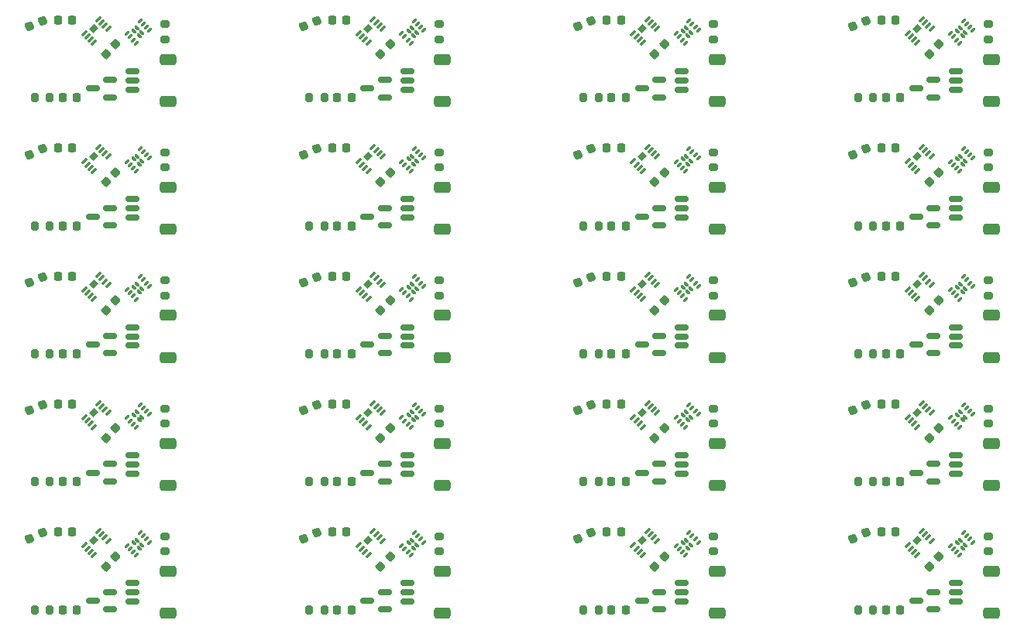
<source format=gbr>
%TF.GenerationSoftware,KiCad,Pcbnew,6.0.0-rc1-unknown-c40e921cb3~144~ubuntu18.04.1*%
%TF.CreationDate,2021-12-01T16:53:05+00:00*%
%TF.ProjectId,output.panel20,6f757470-7574-42e7-9061-6e656c32302e,rev?*%
%TF.SameCoordinates,PX9896800PY7270e00*%
%TF.FileFunction,Paste,Top*%
%TF.FilePolarity,Positive*%
%FSLAX46Y46*%
G04 Gerber Fmt 4.6, Leading zero omitted, Abs format (unit mm)*
G04 Created by KiCad (PCBNEW 6.0.0-rc1-unknown-c40e921cb3~144~ubuntu18.04.1) date 2021-12-01 16:53:05*
%MOMM*%
%LPD*%
G01*
G04 APERTURE LIST*
G04 Aperture macros list*
%AMRoundRect*
0 Rectangle with rounded corners*
0 $1 Rounding radius*
0 $2 $3 $4 $5 $6 $7 $8 $9 X,Y pos of 4 corners*
0 Add a 4 corners polygon primitive as box body*
4,1,4,$2,$3,$4,$5,$6,$7,$8,$9,$2,$3,0*
0 Add four circle primitives for the rounded corners*
1,1,$1+$1,$2,$3*
1,1,$1+$1,$4,$5*
1,1,$1+$1,$6,$7*
1,1,$1+$1,$8,$9*
0 Add four rect primitives between the rounded corners*
20,1,$1+$1,$2,$3,$4,$5,0*
20,1,$1+$1,$4,$5,$6,$7,0*
20,1,$1+$1,$6,$7,$8,$9,0*
20,1,$1+$1,$8,$9,$2,$3,0*%
%AMRotRect*
0 Rectangle, with rotation*
0 The origin of the aperture is its center*
0 $1 length*
0 $2 width*
0 $3 Rotation angle, in degrees counterclockwise*
0 Add horizontal line*
21,1,$1,$2,0,0,$3*%
G04 Aperture macros list end*
%ADD10RoundRect,0.200000X-0.200000X-0.275000X0.200000X-0.275000X0.200000X0.275000X-0.200000X0.275000X0*%
%ADD11RoundRect,0.200000X0.275000X-0.200000X0.275000X0.200000X-0.275000X0.200000X-0.275000X-0.200000X0*%
%ADD12RoundRect,0.225000X-0.017678X0.335876X-0.335876X0.017678X0.017678X-0.335876X0.335876X-0.017678X0*%
%ADD13RoundRect,0.225000X-0.225000X-0.250000X0.225000X-0.250000X0.225000X0.250000X-0.225000X0.250000X0*%
%ADD14RoundRect,0.218750X-0.218750X-0.256250X0.218750X-0.256250X0.218750X0.256250X-0.218750X0.256250X0*%
%ADD15RoundRect,0.225000X0.109431X0.318041X-0.304796X0.142212X-0.109431X-0.318041X0.304796X-0.142212X0*%
%ADD16RoundRect,0.150000X0.625000X-0.150000X0.625000X0.150000X-0.625000X0.150000X-0.625000X-0.150000X0*%
%ADD17RoundRect,0.250000X0.650000X-0.350000X0.650000X0.350000X-0.650000X0.350000X-0.650000X-0.350000X0*%
%ADD18RotRect,0.750000X0.650000X45.000000*%
%ADD19RotRect,0.800000X0.250000X45.000000*%
%ADD20RoundRect,0.090000X0.084853X-0.212132X0.212132X-0.084853X-0.084853X0.212132X-0.212132X0.084853X0*%
%ADD21RoundRect,0.062500X-0.159099X-0.247487X0.247487X0.159099X0.159099X0.247487X-0.247487X-0.159099X0*%
%ADD22RoundRect,0.150000X0.587500X0.150000X-0.587500X0.150000X-0.587500X-0.150000X0.587500X-0.150000X0*%
G04 APERTURE END LIST*
D10*
%TO.C,R1*%
X12575000Y-5400000D03*
X14225000Y-5400000D03*
%TD*%
D11*
%TO.C,R2*%
X-33200000Y56975000D03*
X-33200000Y58625000D03*
%TD*%
D12*
%TO.C,C3*%
X21448008Y42448008D03*
X20351992Y41351992D03*
%TD*%
D13*
%TO.C,C2*%
X15125000Y17100000D03*
X16675000Y17100000D03*
%TD*%
D14*
%TO.C,D1*%
X-74387500Y8600000D03*
X-72812500Y8600000D03*
%TD*%
%TO.C,D1*%
X-44387500Y8600000D03*
X-42812500Y8600000D03*
%TD*%
D12*
%TO.C,C3*%
X21448008Y28448008D03*
X20351992Y27351992D03*
%TD*%
D13*
%TO.C,C2*%
X-14875000Y31100000D03*
X-13325000Y31100000D03*
%TD*%
D15*
%TO.C,C1*%
X-16586609Y59002817D03*
X-18013391Y58397183D03*
%TD*%
D16*
%TO.C,J1*%
X23300000Y9500000D03*
X23300000Y10500000D03*
X23300000Y11500000D03*
D17*
X27175000Y12800000D03*
X27175000Y8200000D03*
%TD*%
D13*
%TO.C,C2*%
X-74875000Y59100000D03*
X-73325000Y59100000D03*
%TD*%
D18*
%TO.C,U1*%
X19017157Y16182843D03*
D19*
X17991852Y15652513D03*
X18345406Y15298959D03*
X18698959Y14945406D03*
X19052513Y14591852D03*
X20608148Y16147487D03*
X20254594Y16501041D03*
X19901041Y16854594D03*
X19547487Y17208148D03*
%TD*%
D18*
%TO.C,U1*%
X-10982843Y16182843D03*
D19*
X-12008148Y15652513D03*
X-11654594Y15298959D03*
X-11301041Y14945406D03*
X-10947487Y14591852D03*
X-9391852Y16147487D03*
X-9745406Y16501041D03*
X-10098959Y16854594D03*
X-10452513Y17208148D03*
%TD*%
D16*
%TO.C,J1*%
X23300000Y23500000D03*
X23300000Y24500000D03*
X23300000Y25500000D03*
D17*
X27175000Y26800000D03*
X27175000Y22200000D03*
%TD*%
D16*
%TO.C,J1*%
X-36700000Y-4500000D03*
X-36700000Y-3500000D03*
X-36700000Y-2500000D03*
D17*
X-32825000Y-1200000D03*
X-32825000Y-5800000D03*
%TD*%
D11*
%TO.C,R2*%
X26800000Y975000D03*
X26800000Y2625000D03*
%TD*%
D12*
%TO.C,C3*%
X-8551992Y42448008D03*
X-9648008Y41351992D03*
%TD*%
D11*
%TO.C,R2*%
X-63200000Y28975000D03*
X-63200000Y30625000D03*
%TD*%
D14*
%TO.C,D1*%
X15612500Y8600000D03*
X17187500Y8600000D03*
%TD*%
D11*
%TO.C,R2*%
X26800000Y42975000D03*
X26800000Y44625000D03*
%TD*%
D20*
%TO.C,U2*%
X23793934Y16224264D03*
X24324264Y15693934D03*
X24006066Y15375736D03*
X23475736Y15906066D03*
D21*
X22662563Y15623223D03*
X23016117Y15269670D03*
X23369670Y14916117D03*
X23723223Y14562563D03*
X25137437Y15976777D03*
X24783883Y16330330D03*
X24430330Y16683883D03*
X24076777Y17037437D03*
%TD*%
D20*
%TO.C,U2*%
X-5675736Y1693934D03*
X-6206066Y2224264D03*
X-5993934Y1375736D03*
X-6524264Y1906066D03*
D21*
X-7337437Y1623223D03*
X-6983883Y1269670D03*
X-6630330Y916117D03*
X-6276777Y562563D03*
X-4862563Y1976777D03*
X-5216117Y2330330D03*
X-5569670Y2683883D03*
X-5923223Y3037437D03*
%TD*%
D13*
%TO.C,C2*%
X-74875000Y3100000D03*
X-73325000Y3100000D03*
%TD*%
D15*
%TO.C,C1*%
X-46586609Y3002817D03*
X-48013391Y2397183D03*
%TD*%
D22*
%TO.C,U3*%
X-39162500Y-5350000D03*
X-39162500Y-3450000D03*
X-41037500Y-4400000D03*
%TD*%
D18*
%TO.C,U1*%
X-70982843Y58182843D03*
D19*
X-72008148Y57652513D03*
X-71654594Y57298959D03*
X-71301041Y56945406D03*
X-70947487Y56591852D03*
X-69391852Y58147487D03*
X-69745406Y58501041D03*
X-70098959Y58854594D03*
X-70452513Y59208148D03*
%TD*%
D15*
%TO.C,C1*%
X-76586609Y17002817D03*
X-78013391Y16397183D03*
%TD*%
D13*
%TO.C,C2*%
X15125000Y59100000D03*
X16675000Y59100000D03*
%TD*%
D16*
%TO.C,J1*%
X-6700000Y51500000D03*
X-6700000Y52500000D03*
X-6700000Y53500000D03*
D17*
X-2825000Y50200000D03*
X-2825000Y54800000D03*
%TD*%
D20*
%TO.C,U2*%
X23475736Y43906066D03*
X24324264Y43693934D03*
X23793934Y44224264D03*
X24006066Y43375736D03*
D21*
X22662563Y43623223D03*
X23016117Y43269670D03*
X23369670Y42916117D03*
X23723223Y42562563D03*
X25137437Y43976777D03*
X24783883Y44330330D03*
X24430330Y44683883D03*
X24076777Y45037437D03*
%TD*%
D18*
%TO.C,U1*%
X-10982843Y44182843D03*
D19*
X-12008148Y43652513D03*
X-11654594Y43298959D03*
X-11301041Y42945406D03*
X-10947487Y42591852D03*
X-9391852Y44147487D03*
X-9745406Y44501041D03*
X-10098959Y44854594D03*
X-10452513Y45208148D03*
%TD*%
D10*
%TO.C,R1*%
X-47425000Y36600000D03*
X-45775000Y36600000D03*
%TD*%
D15*
%TO.C,C1*%
X-46586609Y45002817D03*
X-48013391Y44397183D03*
%TD*%
D22*
%TO.C,U3*%
X-9162500Y22650000D03*
X-9162500Y24550000D03*
X-11037500Y23600000D03*
%TD*%
D10*
%TO.C,R1*%
X-77425000Y36600000D03*
X-75775000Y36600000D03*
%TD*%
D20*
%TO.C,U2*%
X-6206066Y58224264D03*
X-5993934Y57375736D03*
X-5675736Y57693934D03*
X-6524264Y57906066D03*
D21*
X-7337437Y57623223D03*
X-6983883Y57269670D03*
X-6630330Y56916117D03*
X-6276777Y56562563D03*
X-4862563Y57976777D03*
X-5216117Y58330330D03*
X-5569670Y58683883D03*
X-5923223Y59037437D03*
%TD*%
D20*
%TO.C,U2*%
X-66524264Y57906066D03*
X-65993934Y57375736D03*
X-65675736Y57693934D03*
X-66206066Y58224264D03*
D21*
X-67337437Y57623223D03*
X-66983883Y57269670D03*
X-66630330Y56916117D03*
X-66276777Y56562563D03*
X-64862563Y57976777D03*
X-65216117Y58330330D03*
X-65569670Y58683883D03*
X-65923223Y59037437D03*
%TD*%
D15*
%TO.C,C1*%
X-16586609Y45002817D03*
X-18013391Y44397183D03*
%TD*%
D22*
%TO.C,U3*%
X20837500Y50650000D03*
X20837500Y52550000D03*
X18962500Y51600000D03*
%TD*%
D15*
%TO.C,C1*%
X-76586609Y31002817D03*
X-78013391Y30397183D03*
%TD*%
D14*
%TO.C,D1*%
X15612500Y-5400000D03*
X17187500Y-5400000D03*
%TD*%
D20*
%TO.C,U2*%
X-5675736Y15693934D03*
X-6206066Y16224264D03*
X-5993934Y15375736D03*
X-6524264Y15906066D03*
D21*
X-7337437Y15623223D03*
X-6983883Y15269670D03*
X-6630330Y14916117D03*
X-6276777Y14562563D03*
X-4862563Y15976777D03*
X-5216117Y16330330D03*
X-5569670Y16683883D03*
X-5923223Y17037437D03*
%TD*%
D20*
%TO.C,U2*%
X-66524264Y43906066D03*
X-65993934Y43375736D03*
X-66206066Y44224264D03*
X-65675736Y43693934D03*
D21*
X-67337437Y43623223D03*
X-66983883Y43269670D03*
X-66630330Y42916117D03*
X-66276777Y42562563D03*
X-64862563Y43976777D03*
X-65216117Y44330330D03*
X-65569670Y44683883D03*
X-65923223Y45037437D03*
%TD*%
D10*
%TO.C,R1*%
X12575000Y50600000D03*
X14225000Y50600000D03*
%TD*%
D14*
%TO.C,D1*%
X-74387500Y-5400000D03*
X-72812500Y-5400000D03*
%TD*%
D22*
%TO.C,U3*%
X-69162500Y36650000D03*
X-69162500Y38550000D03*
X-71037500Y37600000D03*
%TD*%
D16*
%TO.C,J1*%
X-36700000Y23500000D03*
X-36700000Y24500000D03*
X-36700000Y25500000D03*
D17*
X-32825000Y22200000D03*
X-32825000Y26800000D03*
%TD*%
D15*
%TO.C,C1*%
X-76586609Y59002817D03*
X-78013391Y58397183D03*
%TD*%
D22*
%TO.C,U3*%
X-69162500Y22650000D03*
X-69162500Y24550000D03*
X-71037500Y23600000D03*
%TD*%
%TO.C,U3*%
X-69162500Y-5350000D03*
X-69162500Y-3450000D03*
X-71037500Y-4400000D03*
%TD*%
%TO.C,U3*%
X-9162500Y50650000D03*
X-9162500Y52550000D03*
X-11037500Y51600000D03*
%TD*%
D16*
%TO.C,J1*%
X-6700000Y37500000D03*
X-6700000Y38500000D03*
X-6700000Y39500000D03*
D17*
X-2825000Y40800000D03*
X-2825000Y36200000D03*
%TD*%
D22*
%TO.C,U3*%
X-39162500Y50650000D03*
X-39162500Y52550000D03*
X-41037500Y51600000D03*
%TD*%
D15*
%TO.C,C1*%
X-76586609Y45002817D03*
X-78013391Y44397183D03*
%TD*%
D12*
%TO.C,C3*%
X-8551992Y448008D03*
X-9648008Y-648008D03*
%TD*%
D18*
%TO.C,U1*%
X-40982843Y44182843D03*
D19*
X-42008148Y43652513D03*
X-41654594Y43298959D03*
X-41301041Y42945406D03*
X-40947487Y42591852D03*
X-39391852Y44147487D03*
X-39745406Y44501041D03*
X-40098959Y44854594D03*
X-40452513Y45208148D03*
%TD*%
D10*
%TO.C,R1*%
X12575000Y8600000D03*
X14225000Y8600000D03*
%TD*%
D20*
%TO.C,U2*%
X-36524264Y15906066D03*
X-36206066Y16224264D03*
X-35675736Y15693934D03*
X-35993934Y15375736D03*
D21*
X-37337437Y15623223D03*
X-36983883Y15269670D03*
X-36630330Y14916117D03*
X-36276777Y14562563D03*
X-34862563Y15976777D03*
X-35216117Y16330330D03*
X-35569670Y16683883D03*
X-35923223Y17037437D03*
%TD*%
D11*
%TO.C,R2*%
X-63200000Y14975000D03*
X-63200000Y16625000D03*
%TD*%
D15*
%TO.C,C1*%
X-46586609Y59002817D03*
X-48013391Y58397183D03*
%TD*%
D14*
%TO.C,D1*%
X-14387500Y-5400000D03*
X-12812500Y-5400000D03*
%TD*%
D11*
%TO.C,R2*%
X-33200000Y42975000D03*
X-33200000Y44625000D03*
%TD*%
D12*
%TO.C,C3*%
X-38551992Y56448008D03*
X-39648008Y55351992D03*
%TD*%
D15*
%TO.C,C1*%
X13413391Y59002817D03*
X11986609Y58397183D03*
%TD*%
D18*
%TO.C,U1*%
X-70982843Y2182843D03*
D19*
X-72008148Y1652513D03*
X-71654594Y1298959D03*
X-71301041Y945406D03*
X-70947487Y591852D03*
X-69391852Y2147487D03*
X-69745406Y2501041D03*
X-70098959Y2854594D03*
X-70452513Y3208148D03*
%TD*%
D13*
%TO.C,C2*%
X-74875000Y31100000D03*
X-73325000Y31100000D03*
%TD*%
D10*
%TO.C,R1*%
X-47425000Y-5400000D03*
X-45775000Y-5400000D03*
%TD*%
D11*
%TO.C,R2*%
X-33200000Y975000D03*
X-33200000Y2625000D03*
%TD*%
D10*
%TO.C,R1*%
X-77425000Y50600000D03*
X-75775000Y50600000D03*
%TD*%
D13*
%TO.C,C2*%
X-14875000Y59100000D03*
X-13325000Y59100000D03*
%TD*%
D20*
%TO.C,U2*%
X-35993934Y43375736D03*
X-36206066Y44224264D03*
X-35675736Y43693934D03*
X-36524264Y43906066D03*
D21*
X-37337437Y43623223D03*
X-36983883Y43269670D03*
X-36630330Y42916117D03*
X-36276777Y42562563D03*
X-34862563Y43976777D03*
X-35216117Y44330330D03*
X-35569670Y44683883D03*
X-35923223Y45037437D03*
%TD*%
D11*
%TO.C,R2*%
X-33200000Y14975000D03*
X-33200000Y16625000D03*
%TD*%
D13*
%TO.C,C2*%
X-44875000Y3100000D03*
X-43325000Y3100000D03*
%TD*%
D22*
%TO.C,U3*%
X20837500Y36650000D03*
X20837500Y38550000D03*
X18962500Y37600000D03*
%TD*%
D20*
%TO.C,U2*%
X24006066Y29375736D03*
X24324264Y29693934D03*
X23793934Y30224264D03*
X23475736Y29906066D03*
D21*
X22662563Y29623223D03*
X23016117Y29269670D03*
X23369670Y28916117D03*
X23723223Y28562563D03*
X25137437Y29976777D03*
X24783883Y30330330D03*
X24430330Y30683883D03*
X24076777Y31037437D03*
%TD*%
D15*
%TO.C,C1*%
X-76586609Y3002817D03*
X-78013391Y2397183D03*
%TD*%
%TO.C,C1*%
X-16586609Y3002817D03*
X-18013391Y2397183D03*
%TD*%
D10*
%TO.C,R1*%
X-17425000Y-5400000D03*
X-15775000Y-5400000D03*
%TD*%
D20*
%TO.C,U2*%
X-35993934Y57375736D03*
X-35675736Y57693934D03*
X-36524264Y57906066D03*
X-36206066Y58224264D03*
D21*
X-37337437Y57623223D03*
X-36983883Y57269670D03*
X-36630330Y56916117D03*
X-36276777Y56562563D03*
X-34862563Y57976777D03*
X-35216117Y58330330D03*
X-35569670Y58683883D03*
X-35923223Y59037437D03*
%TD*%
D15*
%TO.C,C1*%
X-46586609Y31002817D03*
X-48013391Y30397183D03*
%TD*%
%TO.C,C1*%
X-16586609Y31002817D03*
X-18013391Y30397183D03*
%TD*%
%TO.C,C1*%
X13413391Y45002817D03*
X11986609Y44397183D03*
%TD*%
D18*
%TO.C,U1*%
X19017157Y30182843D03*
D19*
X17991852Y29652513D03*
X18345406Y29298959D03*
X18698959Y28945406D03*
X19052513Y28591852D03*
X20608148Y30147487D03*
X20254594Y30501041D03*
X19901041Y30854594D03*
X19547487Y31208148D03*
%TD*%
D15*
%TO.C,C1*%
X13413391Y3002817D03*
X11986609Y2397183D03*
%TD*%
D10*
%TO.C,R1*%
X-77425000Y-5400000D03*
X-75775000Y-5400000D03*
%TD*%
D18*
%TO.C,U1*%
X-70982843Y16182843D03*
D19*
X-72008148Y15652513D03*
X-71654594Y15298959D03*
X-71301041Y14945406D03*
X-70947487Y14591852D03*
X-69391852Y16147487D03*
X-69745406Y16501041D03*
X-70098959Y16854594D03*
X-70452513Y17208148D03*
%TD*%
D18*
%TO.C,U1*%
X19017157Y44182843D03*
D19*
X17991852Y43652513D03*
X18345406Y43298959D03*
X18698959Y42945406D03*
X19052513Y42591852D03*
X20608148Y44147487D03*
X20254594Y44501041D03*
X19901041Y44854594D03*
X19547487Y45208148D03*
%TD*%
D12*
%TO.C,C3*%
X-68551992Y56448008D03*
X-69648008Y55351992D03*
%TD*%
D10*
%TO.C,R1*%
X12575000Y22600000D03*
X14225000Y22600000D03*
%TD*%
D13*
%TO.C,C2*%
X15125000Y3100000D03*
X16675000Y3100000D03*
%TD*%
D12*
%TO.C,C3*%
X-68551992Y28448008D03*
X-69648008Y27351992D03*
%TD*%
D14*
%TO.C,D1*%
X-74387500Y36600000D03*
X-72812500Y36600000D03*
%TD*%
D16*
%TO.C,J1*%
X-6700000Y23500000D03*
X-6700000Y24500000D03*
X-6700000Y25500000D03*
D17*
X-2825000Y26800000D03*
X-2825000Y22200000D03*
%TD*%
D16*
%TO.C,J1*%
X-36700000Y9500000D03*
X-36700000Y10500000D03*
X-36700000Y11500000D03*
D17*
X-32825000Y8200000D03*
X-32825000Y12800000D03*
%TD*%
D18*
%TO.C,U1*%
X-40982843Y30182843D03*
D19*
X-42008148Y29652513D03*
X-41654594Y29298959D03*
X-41301041Y28945406D03*
X-40947487Y28591852D03*
X-39391852Y30147487D03*
X-39745406Y30501041D03*
X-40098959Y30854594D03*
X-40452513Y31208148D03*
%TD*%
D11*
%TO.C,R2*%
X-3200000Y56975000D03*
X-3200000Y58625000D03*
%TD*%
D18*
%TO.C,U1*%
X-40982843Y58182843D03*
D19*
X-42008148Y57652513D03*
X-41654594Y57298959D03*
X-41301041Y56945406D03*
X-40947487Y56591852D03*
X-39391852Y58147487D03*
X-39745406Y58501041D03*
X-40098959Y58854594D03*
X-40452513Y59208148D03*
%TD*%
D22*
%TO.C,U3*%
X-9162500Y36650000D03*
X-9162500Y38550000D03*
X-11037500Y37600000D03*
%TD*%
D10*
%TO.C,R1*%
X-17425000Y22600000D03*
X-15775000Y22600000D03*
%TD*%
D22*
%TO.C,U3*%
X-9162500Y-5350000D03*
X-9162500Y-3450000D03*
X-11037500Y-4400000D03*
%TD*%
D20*
%TO.C,U2*%
X-65993934Y29375736D03*
X-65675736Y29693934D03*
X-66206066Y30224264D03*
X-66524264Y29906066D03*
D21*
X-67337437Y29623223D03*
X-66983883Y29269670D03*
X-66630330Y28916117D03*
X-66276777Y28562563D03*
X-64862563Y29976777D03*
X-65216117Y30330330D03*
X-65569670Y30683883D03*
X-65923223Y31037437D03*
%TD*%
D18*
%TO.C,U1*%
X-10982843Y58182843D03*
D19*
X-12008148Y57652513D03*
X-11654594Y57298959D03*
X-11301041Y56945406D03*
X-10947487Y56591852D03*
X-9391852Y58147487D03*
X-9745406Y58501041D03*
X-10098959Y58854594D03*
X-10452513Y59208148D03*
%TD*%
D13*
%TO.C,C2*%
X-74875000Y17100000D03*
X-73325000Y17100000D03*
%TD*%
D11*
%TO.C,R2*%
X-3200000Y42975000D03*
X-3200000Y44625000D03*
%TD*%
D15*
%TO.C,C1*%
X13413391Y31002817D03*
X11986609Y30397183D03*
%TD*%
D20*
%TO.C,U2*%
X-36524264Y29906066D03*
X-36206066Y30224264D03*
X-35993934Y29375736D03*
X-35675736Y29693934D03*
D21*
X-37337437Y29623223D03*
X-36983883Y29269670D03*
X-36630330Y28916117D03*
X-36276777Y28562563D03*
X-34862563Y29976777D03*
X-35216117Y30330330D03*
X-35569670Y30683883D03*
X-35923223Y31037437D03*
%TD*%
D11*
%TO.C,R2*%
X-63200000Y56975000D03*
X-63200000Y58625000D03*
%TD*%
D14*
%TO.C,D1*%
X-14387500Y8600000D03*
X-12812500Y8600000D03*
%TD*%
D18*
%TO.C,U1*%
X-70982843Y30182843D03*
D19*
X-72008148Y29652513D03*
X-71654594Y29298959D03*
X-71301041Y28945406D03*
X-70947487Y28591852D03*
X-69391852Y30147487D03*
X-69745406Y30501041D03*
X-70098959Y30854594D03*
X-70452513Y31208148D03*
%TD*%
D14*
%TO.C,D1*%
X15612500Y22600000D03*
X17187500Y22600000D03*
%TD*%
D16*
%TO.C,J1*%
X-66700000Y-4500000D03*
X-66700000Y-3500000D03*
X-66700000Y-2500000D03*
D17*
X-62825000Y-1200000D03*
X-62825000Y-5800000D03*
%TD*%
D14*
%TO.C,D1*%
X-44387500Y36600000D03*
X-42812500Y36600000D03*
%TD*%
D11*
%TO.C,R2*%
X26800000Y14975000D03*
X26800000Y16625000D03*
%TD*%
D13*
%TO.C,C2*%
X-14875000Y45100000D03*
X-13325000Y45100000D03*
%TD*%
D14*
%TO.C,D1*%
X-44387500Y-5400000D03*
X-42812500Y-5400000D03*
%TD*%
D22*
%TO.C,U3*%
X20837500Y22650000D03*
X20837500Y24550000D03*
X18962500Y23600000D03*
%TD*%
D16*
%TO.C,J1*%
X-66700000Y9500000D03*
X-66700000Y10500000D03*
X-66700000Y11500000D03*
D17*
X-62825000Y8200000D03*
X-62825000Y12800000D03*
%TD*%
D13*
%TO.C,C2*%
X15125000Y45100000D03*
X16675000Y45100000D03*
%TD*%
D14*
%TO.C,D1*%
X-14387500Y50600000D03*
X-12812500Y50600000D03*
%TD*%
D12*
%TO.C,C3*%
X-68551992Y42448008D03*
X-69648008Y41351992D03*
%TD*%
D22*
%TO.C,U3*%
X20837500Y8650000D03*
X20837500Y10550000D03*
X18962500Y9600000D03*
%TD*%
D12*
%TO.C,C3*%
X-68551992Y448008D03*
X-69648008Y-648008D03*
%TD*%
D13*
%TO.C,C2*%
X-44875000Y31100000D03*
X-43325000Y31100000D03*
%TD*%
D12*
%TO.C,C3*%
X-38551992Y448008D03*
X-39648008Y-648008D03*
%TD*%
D18*
%TO.C,U1*%
X19017157Y58182843D03*
D19*
X17991852Y57652513D03*
X18345406Y57298959D03*
X18698959Y56945406D03*
X19052513Y56591852D03*
X20608148Y58147487D03*
X20254594Y58501041D03*
X19901041Y58854594D03*
X19547487Y59208148D03*
%TD*%
D18*
%TO.C,U1*%
X-40982843Y16182843D03*
D19*
X-42008148Y15652513D03*
X-41654594Y15298959D03*
X-41301041Y14945406D03*
X-40947487Y14591852D03*
X-39391852Y16147487D03*
X-39745406Y16501041D03*
X-40098959Y16854594D03*
X-40452513Y17208148D03*
%TD*%
D10*
%TO.C,R1*%
X12575000Y36600000D03*
X14225000Y36600000D03*
%TD*%
%TO.C,R1*%
X-17425000Y8600000D03*
X-15775000Y8600000D03*
%TD*%
D18*
%TO.C,U1*%
X-10982843Y30182843D03*
D19*
X-12008148Y29652513D03*
X-11654594Y29298959D03*
X-11301041Y28945406D03*
X-10947487Y28591852D03*
X-9391852Y30147487D03*
X-9745406Y30501041D03*
X-10098959Y30854594D03*
X-10452513Y31208148D03*
%TD*%
D13*
%TO.C,C2*%
X-14875000Y3100000D03*
X-13325000Y3100000D03*
%TD*%
D22*
%TO.C,U3*%
X-39162500Y36650000D03*
X-39162500Y38550000D03*
X-41037500Y37600000D03*
%TD*%
D13*
%TO.C,C2*%
X-14875000Y17100000D03*
X-13325000Y17100000D03*
%TD*%
D22*
%TO.C,U3*%
X-39162500Y22650000D03*
X-39162500Y24550000D03*
X-41037500Y23600000D03*
%TD*%
D18*
%TO.C,U1*%
X-70982843Y44182843D03*
D19*
X-72008148Y43652513D03*
X-71654594Y43298959D03*
X-71301041Y42945406D03*
X-70947487Y42591852D03*
X-69391852Y44147487D03*
X-69745406Y44501041D03*
X-70098959Y44854594D03*
X-70452513Y45208148D03*
%TD*%
D14*
%TO.C,D1*%
X15612500Y36600000D03*
X17187500Y36600000D03*
%TD*%
D12*
%TO.C,C3*%
X-8551992Y56448008D03*
X-9648008Y55351992D03*
%TD*%
D13*
%TO.C,C2*%
X-44875000Y17100000D03*
X-43325000Y17100000D03*
%TD*%
D11*
%TO.C,R2*%
X-3200000Y14975000D03*
X-3200000Y16625000D03*
%TD*%
D14*
%TO.C,D1*%
X-14387500Y36600000D03*
X-12812500Y36600000D03*
%TD*%
%TO.C,D1*%
X15612500Y50600000D03*
X17187500Y50600000D03*
%TD*%
D12*
%TO.C,C3*%
X-68551992Y14448008D03*
X-69648008Y13351992D03*
%TD*%
D13*
%TO.C,C2*%
X-44875000Y59100000D03*
X-43325000Y59100000D03*
%TD*%
D16*
%TO.C,J1*%
X-6700000Y9500000D03*
X-6700000Y10500000D03*
X-6700000Y11500000D03*
D17*
X-2825000Y8200000D03*
X-2825000Y12800000D03*
%TD*%
D16*
%TO.C,J1*%
X23300000Y-4500000D03*
X23300000Y-3500000D03*
X23300000Y-2500000D03*
D17*
X27175000Y-1200000D03*
X27175000Y-5800000D03*
%TD*%
D10*
%TO.C,R1*%
X-17425000Y36600000D03*
X-15775000Y36600000D03*
%TD*%
D20*
%TO.C,U2*%
X-5675736Y29693934D03*
X-6206066Y30224264D03*
X-5993934Y29375736D03*
X-6524264Y29906066D03*
D21*
X-7337437Y29623223D03*
X-6983883Y29269670D03*
X-6630330Y28916117D03*
X-6276777Y28562563D03*
X-4862563Y29976777D03*
X-5216117Y30330330D03*
X-5569670Y30683883D03*
X-5923223Y31037437D03*
%TD*%
D14*
%TO.C,D1*%
X-74387500Y50600000D03*
X-72812500Y50600000D03*
%TD*%
D10*
%TO.C,R1*%
X-17425000Y50600000D03*
X-15775000Y50600000D03*
%TD*%
D11*
%TO.C,R2*%
X-3200000Y28975000D03*
X-3200000Y30625000D03*
%TD*%
%TO.C,R2*%
X-63200000Y42975000D03*
X-63200000Y44625000D03*
%TD*%
D14*
%TO.C,D1*%
X-44387500Y22600000D03*
X-42812500Y22600000D03*
%TD*%
D11*
%TO.C,R2*%
X26800000Y56975000D03*
X26800000Y58625000D03*
%TD*%
D12*
%TO.C,C3*%
X-38551992Y14448008D03*
X-39648008Y13351992D03*
%TD*%
D18*
%TO.C,U1*%
X19017157Y2182843D03*
D19*
X17991852Y1652513D03*
X18345406Y1298959D03*
X18698959Y945406D03*
X19052513Y591852D03*
X20608148Y2147487D03*
X20254594Y2501041D03*
X19901041Y2854594D03*
X19547487Y3208148D03*
%TD*%
D20*
%TO.C,U2*%
X24006066Y1375736D03*
X23475736Y1906066D03*
X23793934Y2224264D03*
X24324264Y1693934D03*
D21*
X22662563Y1623223D03*
X23016117Y1269670D03*
X23369670Y916117D03*
X23723223Y562563D03*
X25137437Y1976777D03*
X24783883Y2330330D03*
X24430330Y2683883D03*
X24076777Y3037437D03*
%TD*%
D11*
%TO.C,R2*%
X-3200000Y975000D03*
X-3200000Y2625000D03*
%TD*%
D16*
%TO.C,J1*%
X-66700000Y23500000D03*
X-66700000Y24500000D03*
X-66700000Y25500000D03*
D17*
X-62825000Y26800000D03*
X-62825000Y22200000D03*
%TD*%
D22*
%TO.C,U3*%
X-9162500Y8650000D03*
X-9162500Y10550000D03*
X-11037500Y9600000D03*
%TD*%
D12*
%TO.C,C3*%
X-38551992Y42448008D03*
X-39648008Y41351992D03*
%TD*%
D14*
%TO.C,D1*%
X-14387500Y22600000D03*
X-12812500Y22600000D03*
%TD*%
D15*
%TO.C,C1*%
X13413391Y17002817D03*
X11986609Y16397183D03*
%TD*%
D20*
%TO.C,U2*%
X-66206066Y2224264D03*
X-66524264Y1906066D03*
X-65675736Y1693934D03*
X-65993934Y1375736D03*
D21*
X-67337437Y1623223D03*
X-66983883Y1269670D03*
X-66630330Y916117D03*
X-66276777Y562563D03*
X-64862563Y1976777D03*
X-65216117Y2330330D03*
X-65569670Y2683883D03*
X-65923223Y3037437D03*
%TD*%
D16*
%TO.C,J1*%
X-36700000Y51500000D03*
X-36700000Y52500000D03*
X-36700000Y53500000D03*
D17*
X-32825000Y50200000D03*
X-32825000Y54800000D03*
%TD*%
D20*
%TO.C,U2*%
X-6206066Y44224264D03*
X-6524264Y43906066D03*
X-5993934Y43375736D03*
X-5675736Y43693934D03*
D21*
X-7337437Y43623223D03*
X-6983883Y43269670D03*
X-6630330Y42916117D03*
X-6276777Y42562563D03*
X-4862563Y43976777D03*
X-5216117Y44330330D03*
X-5569670Y44683883D03*
X-5923223Y45037437D03*
%TD*%
D16*
%TO.C,J1*%
X23300000Y51500000D03*
X23300000Y52500000D03*
X23300000Y53500000D03*
D17*
X27175000Y54800000D03*
X27175000Y50200000D03*
%TD*%
D12*
%TO.C,C3*%
X21448008Y56448008D03*
X20351992Y55351992D03*
%TD*%
D15*
%TO.C,C1*%
X-16586609Y17002817D03*
X-18013391Y16397183D03*
%TD*%
D11*
%TO.C,R2*%
X-63200000Y975000D03*
X-63200000Y2625000D03*
%TD*%
D10*
%TO.C,R1*%
X-47425000Y22600000D03*
X-45775000Y22600000D03*
%TD*%
D15*
%TO.C,C1*%
X-46586609Y17002817D03*
X-48013391Y16397183D03*
%TD*%
D10*
%TO.C,R1*%
X-47425000Y50600000D03*
X-45775000Y50600000D03*
%TD*%
D22*
%TO.C,U3*%
X-69162500Y50650000D03*
X-69162500Y52550000D03*
X-71037500Y51600000D03*
%TD*%
D11*
%TO.C,R2*%
X-33200000Y28975000D03*
X-33200000Y30625000D03*
%TD*%
D12*
%TO.C,C3*%
X-8551992Y14448008D03*
X-9648008Y13351992D03*
%TD*%
D20*
%TO.C,U2*%
X23793934Y58224264D03*
X24006066Y57375736D03*
X24324264Y57693934D03*
X23475736Y57906066D03*
D21*
X22662563Y57623223D03*
X23016117Y57269670D03*
X23369670Y56916117D03*
X23723223Y56562563D03*
X25137437Y57976777D03*
X24783883Y58330330D03*
X24430330Y58683883D03*
X24076777Y59037437D03*
%TD*%
D16*
%TO.C,J1*%
X-6700000Y-4500000D03*
X-6700000Y-3500000D03*
X-6700000Y-2500000D03*
D17*
X-2825000Y-1200000D03*
X-2825000Y-5800000D03*
%TD*%
D14*
%TO.C,D1*%
X-44387500Y50600000D03*
X-42812500Y50600000D03*
%TD*%
D10*
%TO.C,R1*%
X-47425000Y8600000D03*
X-45775000Y8600000D03*
%TD*%
D13*
%TO.C,C2*%
X-74875000Y45100000D03*
X-73325000Y45100000D03*
%TD*%
D12*
%TO.C,C3*%
X21448008Y14448008D03*
X20351992Y13351992D03*
%TD*%
D16*
%TO.C,J1*%
X-66700000Y37500000D03*
X-66700000Y38500000D03*
X-66700000Y39500000D03*
D17*
X-62825000Y40800000D03*
X-62825000Y36200000D03*
%TD*%
D12*
%TO.C,C3*%
X-8551992Y28448008D03*
X-9648008Y27351992D03*
%TD*%
D10*
%TO.C,R1*%
X-77425000Y22600000D03*
X-75775000Y22600000D03*
%TD*%
D13*
%TO.C,C2*%
X15125000Y31100000D03*
X16675000Y31100000D03*
%TD*%
%TO.C,C2*%
X-44875000Y45100000D03*
X-43325000Y45100000D03*
%TD*%
D12*
%TO.C,C3*%
X21448008Y448008D03*
X20351992Y-648008D03*
%TD*%
D22*
%TO.C,U3*%
X-39162500Y8650000D03*
X-39162500Y10550000D03*
X-41037500Y9600000D03*
%TD*%
D16*
%TO.C,J1*%
X23300000Y37500000D03*
X23300000Y38500000D03*
X23300000Y39500000D03*
D17*
X27175000Y40800000D03*
X27175000Y36200000D03*
%TD*%
D12*
%TO.C,C3*%
X-38551992Y28448008D03*
X-39648008Y27351992D03*
%TD*%
D22*
%TO.C,U3*%
X-69162500Y8650000D03*
X-69162500Y10550000D03*
X-71037500Y9600000D03*
%TD*%
D10*
%TO.C,R1*%
X-77425000Y8600000D03*
X-75775000Y8600000D03*
%TD*%
D16*
%TO.C,J1*%
X-36700000Y37500000D03*
X-36700000Y38500000D03*
X-36700000Y39500000D03*
D17*
X-32825000Y36200000D03*
X-32825000Y40800000D03*
%TD*%
D20*
%TO.C,U2*%
X-66206066Y16224264D03*
X-65675736Y15693934D03*
X-65993934Y15375736D03*
X-66524264Y15906066D03*
D21*
X-67337437Y15623223D03*
X-66983883Y15269670D03*
X-66630330Y14916117D03*
X-66276777Y14562563D03*
X-64862563Y15976777D03*
X-65216117Y16330330D03*
X-65569670Y16683883D03*
X-65923223Y17037437D03*
%TD*%
D20*
%TO.C,U2*%
X-35993934Y1375736D03*
X-36206066Y2224264D03*
X-36524264Y1906066D03*
X-35675736Y1693934D03*
D21*
X-37337437Y1623223D03*
X-36983883Y1269670D03*
X-36630330Y916117D03*
X-36276777Y562563D03*
X-34862563Y1976777D03*
X-35216117Y2330330D03*
X-35569670Y2683883D03*
X-35923223Y3037437D03*
%TD*%
D11*
%TO.C,R2*%
X26800000Y28975000D03*
X26800000Y30625000D03*
%TD*%
D14*
%TO.C,D1*%
X-74387500Y22600000D03*
X-72812500Y22600000D03*
%TD*%
D16*
%TO.C,J1*%
X-66700000Y51500000D03*
X-66700000Y52500000D03*
X-66700000Y53500000D03*
D17*
X-62825000Y50200000D03*
X-62825000Y54800000D03*
%TD*%
D18*
%TO.C,U1*%
X-40982843Y2182843D03*
D19*
X-42008148Y1652513D03*
X-41654594Y1298959D03*
X-41301041Y945406D03*
X-40947487Y591852D03*
X-39391852Y2147487D03*
X-39745406Y2501041D03*
X-40098959Y2854594D03*
X-40452513Y3208148D03*
%TD*%
D18*
%TO.C,U1*%
X-10982843Y2182843D03*
D19*
X-12008148Y1652513D03*
X-11654594Y1298959D03*
X-11301041Y945406D03*
X-10947487Y591852D03*
X-9391852Y2147487D03*
X-9745406Y2501041D03*
X-10098959Y2854594D03*
X-10452513Y3208148D03*
%TD*%
D22*
%TO.C,U3*%
X20837500Y-5350000D03*
X20837500Y-3450000D03*
X18962500Y-4400000D03*
%TD*%
M02*

</source>
